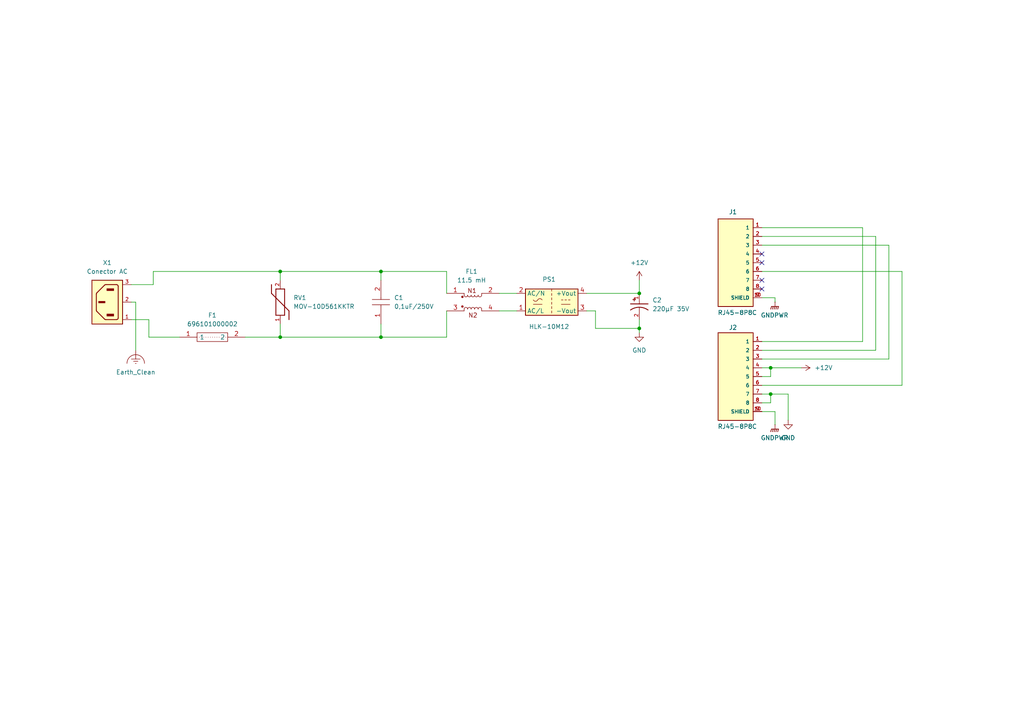
<source format=kicad_sch>
(kicad_sch (version 20231120) (generator "eeschema") (generator_version "8.0")
  (paper "A4")
  (lib_symbols
    (symbol "Converter_ACDC:HLK-10M12"
      (property "Reference" "PS2" (at -0.762 6.604 0))
      (property "Value" "HLK-10M12" (at -0.762 -7.112 0))
      (symbol "HLK-10M12_0_1"
        (rectangle (start -7.62 3.81) (end 7.62 -3.81) (stroke (width 0.254)) (fill (type background)))
        (arc (start -5.334 0.635) (mid -4.699 0.2495) (end -4.064 0.635))
        (arc (start -2.794 0.635) (mid -3.429 1.0072) (end -4.064 0.635))
        (polyline (pts (xy -5.334 -0.635) (xy -2.794 -0.635)))
        (polyline (pts (xy 0 -2.54) (xy 0 -3.175)))
        (polyline (pts (xy 0 -1.27) (xy 0 -1.905)))
        (polyline (pts (xy 0 0) (xy 0 -0.635)))
        (polyline (pts (xy 0 1.27) (xy 0 0.635)))
        (polyline (pts (xy 0 2.54) (xy 0 1.905)))
        (polyline (pts (xy 0 3.81) (xy 0 3.175)))
        (polyline (pts (xy 2.794 -0.635) (xy 5.334 -0.635)))
        (polyline (pts (xy 2.794 0.635) (xy 3.302 0.635)))
        (polyline (pts (xy 3.81 0.635) (xy 4.318 0.635)))
        (polyline (pts (xy 4.826 0.635) (xy 5.334 0.635)))
      )
      (symbol "HLK-10M12_1_1"
        (pin power_in line (at -10.16 -2.54 0) (length 2.54) (name "AC/L") (number "1"))
        (pin power_in line (at -10.16 2.54 0) (length 2.54) (name "AC/N") (number "2"))
        (pin power_out line (at 10.16 -2.54 180) (length 2.54) (name "-Vout") (number "3"))
        (pin power_out line (at 10.16 2.54 180) (length 2.54) (name "+Vout") (number "4"))
      )
    )
    (symbol "Equatorial:696101000002" (pin_names (offset 0.762))
      (property "Reference" "F" (at 10.414 2.286 0))
      (property "Value" "696101000002" (at 4.572 -4.826 0))
      (symbol "696101000002_0_0"
        (pin passive line (at 1.27 -1.27 0) (length 5.08) (name "1") (number "1"))
        (pin passive line (at 20.32 -1.27 180) (length 5.08) (name "2") (number "2"))
      )
      (symbol "696101000002_0_1"
        (polyline (pts (xy 6.35 0) (xy 15.24 0) (xy 15.24 -2.54) (xy 6.35 -2.54) (xy 6.35 0)) (stroke (width 0.1524)))
      )
      (symbol "696101000002_1_1"
        (polyline (pts (xy 6.35 -1.27) (xy 15.24 -1.27)) (stroke (width 0) (type dot)))
      )
    )
    (symbol "Equatorial:6ESRM-P" (pin_names (offset 1.016))
      (property "Reference" "X" (at 0 0 0))
      (property "Value" "Conector AC" (at 0 0 0))
      (symbol "6ESRM-P_0_0"
        (polyline (pts (xy 1.27 4.572) (xy 1.27 -4.572)) (stroke (width 0.254)))
        (polyline (pts (xy 1.778 -5.08) (xy 4.8696 -5.08)) (stroke (width 0.254)))
        (polyline (pts (xy 4.8696 5.08) (xy 1.778 5.08)) (stroke (width 0.254)))
        (polyline (pts (xy 5.2288 -4.9312) (xy 7.4712 -2.6888)) (stroke (width 0.254)))
        (polyline (pts (xy 7.4712 2.6888) (xy 5.2288 4.9312)) (stroke (width 0.254)))
        (polyline (pts (xy 7.62 -2.3296) (xy 7.62 2.3296)) (stroke (width 0.254)))
        (rectangle (start 0 6.35) (end 8.89 -6.35) (stroke (width 0.254)) (fill (type background)))
        (arc (start 1.27 -4.572) (mid 1.4188 -4.9312) (end 1.778 -5.08) (stroke (width 0.254)))
        (arc (start 1.778 5.08) (mid 1.4188 4.9312) (end 1.27 4.572) (stroke (width 0.254)))
        (rectangle (start 2.54 -3.937) (end 4.572 -3.302) (stroke (width 0.1)) (fill (type outline)))
        (rectangle (start 2.54 3.429) (end 4.572 4.064) (stroke (width 0.1)) (fill (type outline)))
        (arc (start 4.8696 -5.08) (mid 5.0642 -5.0416) (end 5.2288 -4.9312) (stroke (width 0.254)))
        (rectangle (start 5.08 -0.254) (end 6.985 0.254) (stroke (width 0.1)) (fill (type outline)))
        (arc (start 5.2288 4.9312) (mid 5.0639 5.0408) (end 4.8696 5.08) (stroke (width 0.254)))
        (arc (start 7.4712 -2.6888) (mid 7.5808 -2.5239) (end 7.62 -2.3296) (stroke (width 0.254)))
        (arc (start 7.62 2.3296) (mid 7.5816 2.5242) (end 7.4712 2.6888) (stroke (width 0.254)))
        (pin passive line (at -2.54 5.08 0) (length 2.54) (name "~") (number "1"))
        (pin passive line (at -2.54 0 0) (length 2.54) (name "~") (number "2"))
        (pin passive line (at -2.54 -5.08 0) (length 2.54) (name "~") (number "3"))
      )
    )
    (symbol "Equatorial:EEEFK1V221P" (pin_names (offset 1.016))
      (property "Reference" "C" (at -2.54 3.81 0))
      (property "Value" "220µF 35V" (at -2.54 -5.08 0))
      (symbol "EEEFK1V221P_0_0"
        (rectangle (start -1.173 -1.532) (end -0.284 -1.405) (stroke (width 0.1)) (fill (type outline)))
        (rectangle (start -0.792 -1.913) (end -0.665 -1.024) (stroke (width 0.1)) (fill (type outline)))
        (polyline (pts (xy 0 0) (xy 0.508 0)) (stroke (width 0.1524)))
        (polyline (pts (xy 0.508 0) (xy 0.508 -2.54)) (stroke (width 0.254)))
        (polyline (pts (xy 0.508 2.54) (xy 0.508 0)) (stroke (width 0.254)))
        (polyline (pts (xy 2.54 0) (xy 1.524 0)) (stroke (width 0.1524)))
        (arc (start 2.286 2.54) (mid 1.4851 0) (end 2.286 -2.54) (stroke (width 0.254)))
        (pin passive line (at -2.54 0 0) (length 2.54) (name "~") (number "1"))
        (pin passive line (at 5.08 0 180) (length 2.54) (name "~") (number "2"))
      )
    )
    (symbol "Equatorial:MOV-10D511K" (pin_names (offset 1.016))
      (property "Reference" "RV" (at 11.43 6.35 0))
      (property "Value" "MOV-10D561KKTR" (at 11.43 3.81 0))
      (symbol "MOV-10D511K_0_0"
        (polyline (pts (xy 1.27 -2.54) (xy 3.81 -2.54)) (stroke (width 0.254)))
        (polyline (pts (xy 2.54 1.27) (xy 2.54 -1.27)) (stroke (width 0.254)))
        (polyline (pts (xy 2.54 1.27) (xy 10.16 1.27)) (stroke (width 0.254)))
        (polyline (pts (xy 8.89 2.54) (xy 3.81 -2.54)) (stroke (width 0.254)))
        (polyline (pts (xy 8.89 2.54) (xy 11.43 2.54)) (stroke (width 0.254)))
        (polyline (pts (xy 10.16 -1.27) (xy 2.54 -1.27)) (stroke (width 0.254)))
        (polyline (pts (xy 10.16 -1.27) (xy 10.16 1.27)) (stroke (width 0.254)))
        (pin bidirectional line (at 0 0 0) (length 2.54) (name "~") (number "1"))
        (pin bidirectional line (at 12.7 0 180) (length 2.54) (name "~") (number "2"))
      )
    )
    (symbol "Equatorial:PME271Y610MR30" (pin_names (offset 0.762))
      (property "Reference" "C" (at 8.89 6.35 0))
      (property "Value" "PME271Y610MR30" (at 8.89 3.81 0))
      (symbol "PME271Y610MR30_0_0"
        (pin passive line (at 0 0 0) (length 5.08) (name "~") (number "1"))
        (pin passive line (at 12.7 0 180) (length 5.08) (name "~") (number "2"))
      )
      (symbol "PME271Y610MR30_0_1"
        (polyline (pts (xy 5.08 0) (xy 5.588 0)) (stroke (width 0.1524)))
        (polyline (pts (xy 5.588 2.54) (xy 5.588 -2.54)) (stroke (width 0.1524)))
        (polyline (pts (xy 7.112 0) (xy 7.62 0)) (stroke (width 0.1524)))
        (polyline (pts (xy 7.112 2.54) (xy 7.112 -2.54)) (stroke (width 0.1524)))
      )
    )
    (symbol "Equatorial:RJ45-8P8C" (pin_names (offset 1.016))
      (property "Reference" "J" (at -5.089 13.9947 0))
      (property "Value" "RJ45-8P8C" (at -5.0863 -15.259 0))
      (symbol "RJ45-8P8C_0_0"
        (rectangle (start -5.08 -12.7) (end 5.08 12.7) (stroke (width 0.254)) (fill (type background)))
        (pin passive line (at 7.62 10.16 180) (length 2.54) (name "1") (number "1"))
        (pin passive line (at 7.62 -10.16 180) (length 2.54) (name "SHIELD") (number "10"))
        (pin passive line (at 7.62 7.62 180) (length 2.54) (name "2") (number "2"))
        (pin passive line (at 7.62 5.08 180) (length 2.54) (name "3") (number "3"))
        (pin passive line (at 7.62 2.54 180) (length 2.54) (name "4") (number "4"))
        (pin passive line (at 7.62 0 180) (length 2.54) (name "5") (number "5"))
        (pin passive line (at 7.62 -2.54 180) (length 2.54) (name "6") (number "6"))
        (pin passive line (at 7.62 -5.08 180) (length 2.54) (name "7") (number "7"))
        (pin passive line (at 7.62 -7.62 180) (length 2.54) (name "8") (number "8"))
        (pin passive line (at 7.62 -10.16 180) (length 2.54) (name "SHIELD") (number "9"))
      )
    )
    (symbol "Equatorial:SC-02-E115J" (pin_names (offset 0.762))
      (property "Reference" "FL" (at 8.382 15.24 0))
      (property "Value" "11.5 mH" (at 5.588 4.064 0))
      (symbol "SC-02-E115J_0_1"
        (polyline (pts (xy 7.62 8.128) (xy 7.62 7.62)))
        (polyline (pts (xy 7.62 12.192) (xy 7.62 12.7)))
        (polyline (pts (xy 12.7 8.128) (xy 12.7 7.62)))
        (polyline (pts (xy 12.7 12.7) (xy 12.7 12.192)))
        (circle (center 7.112 8.89) (radius 0.254) (fill (type outline)))
        (circle (center 7.112 11.684) (radius 0.254) (fill (type outline)))
        (arc (start 7.62 12.192) (mid 8.128 11.6862) (end 8.636 12.192))
        (arc (start 8.636 8.128) (mid 8.128 8.6338) (end 7.62 8.128))
        (arc (start 8.636 12.192) (mid 9.144 11.6862) (end 9.652 12.192))
        (arc (start 9.652 8.128) (mid 9.144 8.6338) (end 8.636 8.128))
        (arc (start 9.652 12.192) (mid 10.16 11.6862) (end 10.668 12.192))
        (arc (start 10.668 8.128) (mid 10.16 8.6338) (end 9.652 8.128))
        (arc (start 10.668 12.192) (mid 11.176 11.6862) (end 11.684 12.192))
        (arc (start 11.684 8.128) (mid 11.176 8.6338) (end 10.668 8.128))
        (arc (start 11.684 12.192) (mid 12.192 11.6862) (end 12.7 12.192))
        (arc (start 12.7 8.128) (mid 12.192 8.6338) (end 11.684 8.128))
      )
      (symbol "SC-02-E115J_1_0"
        (pin passive line (at 2.54 12.7 0) (length 5.08) (name "") (number "1"))
        (pin passive line (at 17.78 12.7 180) (length 5.08) (name "") (number "2"))
        (pin passive line (at 2.54 7.62 0) (length 5.08) (name "") (number "3"))
        (pin passive line (at 17.78 7.62 180) (length 5.08) (name "") (number "4"))
      )
      (symbol "SC-02-E115J_1_1"
        (text "N1" (at 9.906 13.462 0) (effects (font (size 1.27 1.27))))
        (text "N2" (at 10.16 6.35 0) (effects (font (size 1.27 1.27))))
      )
    )
    (symbol "power:+12V" (power) (pin_numbers hide) (pin_names (offset 0) hide)
      (property "Value" "+12V" (at 0 3.556 0))
      (symbol "+12V_0_1"
        (polyline (pts (xy -0.762 1.27) (xy 0 2.54)))
        (polyline (pts (xy 0 0) (xy 0 2.54)))
        (polyline (pts (xy 0 2.54) (xy 0.762 1.27)))
      )
      (symbol "+12V_1_1"
        (pin power_in line (at 0 0 90) (length 0) (name "~") (number "1"))
      )
    )
    (symbol "power:Earth_Clean" (power) (pin_numbers hide) (pin_names (offset 0) hide)
      (property "Value" "Earth_Clean" (at 0 -5.08 0))
      (symbol "Earth_Clean_0_1"
        (polyline (pts (xy -0.635 -3.175) (xy 0.635 -3.175)))
        (polyline (pts (xy -0.127 -3.81) (xy 0.127 -3.81)))
        (polyline (pts (xy 0 -2.54) (xy 0 0)))
        (polyline (pts (xy 1.27 -2.54) (xy -1.27 -2.54)))
        (arc (start 2.54 -3.81) (mid 0 -1.281) (end -2.54 -3.81))
      )
      (symbol "Earth_Clean_1_1"
        (pin power_in line (at 0 0 270) (length 0) (name "~") (number "1"))
      )
    )
    (symbol "power:GND" (power) (pin_numbers hide) (pin_names (offset 0) hide)
      (property "Value" "GND" (at 0 -3.81 0))
      (symbol "GND_0_1"
        (polyline (pts (xy 0 0) (xy 0 -1.27) (xy 1.27 -1.27) (xy 0 -2.54) (xy -1.27 -1.27) (xy 0 -1.27)))
      )
      (symbol "GND_1_1"
        (pin power_in line (at 0 0 270) (length 0) (name "~") (number "1"))
      )
    )
    (symbol "power:GNDPWR" (power) (pin_numbers hide) (pin_names (offset 0) hide)
      (property "Value" "GNDPWR" (at 0 -3.302 0))
      (symbol "GNDPWR_0_1"
        (polyline (pts (xy 0 -1.27) (xy 0 0)))
        (polyline (pts (xy -1.016 -1.27) (xy -1.27 -2.032) (xy -1.27 -2.032)) (stroke (width 0.2032)))
        (polyline (pts (xy -0.508 -1.27) (xy -0.762 -2.032) (xy -0.762 -2.032)) (stroke (width 0.2032)))
        (polyline (pts (xy 0 -1.27) (xy -0.254 -2.032) (xy -0.254 -2.032)) (stroke (width 0.2032)))
        (polyline (pts (xy 0.508 -1.27) (xy 0.254 -2.032) (xy 0.254 -2.032)) (stroke (width 0.2032)))
        (polyline (pts (xy 1.016 -1.27) (xy -1.016 -1.27) (xy -1.016 -1.27)) (stroke (width 0.2032)))
        (polyline (pts (xy 1.016 -1.27) (xy 0.762 -2.032) (xy 0.762 -2.032) (xy 0.762 -2.032)) (stroke (width 0.2032)))
      )
      (symbol "GNDPWR_1_1"
        (pin power_in line (at 0 0 270) (length 0) (name "~") (number "1"))
      )
    )
  )
  (junction (at 81.28 78.74))
  (junction (at 223.52 114.3))
  (junction (at 223.52 106.68))
  (junction (at 185.42 95.25))
  (junction (at 110.49 78.74))
  (junction (at 185.42 85.09))
  (junction (at 81.28 97.79))
  (junction (at 110.49 97.79))
  (no_connect (at 220.98 73.66))
  (no_connect (at 220.98 83.82))
  (no_connect (at 220.98 76.2))
  (no_connect (at 220.98 81.28))
  (wire (pts (xy 220.98 104.14) (xy 257.81 104.14)))
  (wire (pts (xy 261.62 111.76) (xy 220.98 111.76)))
  (wire (pts (xy 220.98 71.12) (xy 257.81 71.12)))
  (wire (pts (xy 223.52 116.84) (xy 223.52 114.3)))
  (wire (pts (xy 228.6 114.3) (xy 228.6 121.92)))
  (wire (pts (xy 38.1 82.55) (xy 44.45 82.55)))
  (wire (pts (xy 220.98 114.3) (xy 223.52 114.3)))
  (wire (pts (xy 144.78 85.09) (xy 149.86 85.09)))
  (wire (pts (xy 220.98 86.36) (xy 224.79 86.36)))
  (wire (pts (xy 185.42 81.28) (xy 185.42 85.09)))
  (wire (pts (xy 129.54 90.17) (xy 129.54 97.79)))
  (wire (pts (xy 257.81 71.12) (xy 257.81 104.14)))
  (wire (pts (xy 172.72 95.25) (xy 185.42 95.25)))
  (wire (pts (xy 38.1 87.63) (xy 39.37 87.63)))
  (wire (pts (xy 172.72 90.17) (xy 172.72 95.25)))
  (wire (pts (xy 81.28 78.74) (xy 110.49 78.74)))
  (wire (pts (xy 220.98 68.58) (xy 254 68.58)))
  (wire (pts (xy 250.19 66.04) (xy 250.19 99.06)))
  (wire (pts (xy 81.28 93.98) (xy 81.28 97.79)))
  (wire (pts (xy 110.49 93.98) (xy 110.49 97.79)))
  (wire (pts (xy 44.45 82.55) (xy 44.45 78.74)))
  (wire (pts (xy 250.19 99.06) (xy 220.98 99.06)))
  (wire (pts (xy 224.79 86.36) (xy 224.79 87.63)))
  (wire (pts (xy 43.18 92.71) (xy 43.18 97.79)))
  (wire (pts (xy 220.98 116.84) (xy 223.52 116.84)))
  (wire (pts (xy 129.54 97.79) (xy 110.49 97.79)))
  (wire (pts (xy 52.07 97.79) (xy 43.18 97.79)))
  (wire (pts (xy 170.18 85.09) (xy 185.42 85.09)))
  (wire (pts (xy 170.18 90.17) (xy 172.72 90.17)))
  (wire (pts (xy 223.52 114.3) (xy 228.6 114.3)))
  (wire (pts (xy 220.98 106.68) (xy 223.52 106.68)))
  (wire (pts (xy 224.79 119.38) (xy 224.79 123.19)))
  (wire (pts (xy 220.98 119.38) (xy 224.79 119.38)))
  (wire (pts (xy 220.98 66.04) (xy 250.19 66.04)))
  (wire (pts (xy 223.52 106.68) (xy 232.41 106.68)))
  (wire (pts (xy 81.28 97.79) (xy 71.12 97.79)))
  (wire (pts (xy 129.54 78.74) (xy 129.54 85.09)))
  (wire (pts (xy 223.52 106.68) (xy 223.52 109.22)))
  (wire (pts (xy 39.37 87.63) (xy 39.37 101.6)))
  (wire (pts (xy 110.49 78.74) (xy 110.49 81.28)))
  (wire (pts (xy 185.42 96.52) (xy 185.42 95.25)))
  (wire (pts (xy 38.1 92.71) (xy 43.18 92.71)))
  (wire (pts (xy 261.62 78.74) (xy 261.62 111.76)))
  (wire (pts (xy 254 68.58) (xy 254 101.6)))
  (wire (pts (xy 185.42 95.25) (xy 185.42 92.71)))
  (wire (pts (xy 223.52 109.22) (xy 220.98 109.22)))
  (wire (pts (xy 254 101.6) (xy 220.98 101.6)))
  (wire (pts (xy 144.78 90.17) (xy 149.86 90.17)))
  (wire (pts (xy 220.98 78.74) (xy 261.62 78.74)))
  (wire (pts (xy 81.28 78.74) (xy 81.28 81.28)))
  (wire (pts (xy 44.45 78.74) (xy 81.28 78.74)))
  (wire (pts (xy 110.49 97.79) (xy 81.28 97.79)))
  (wire (pts (xy 110.49 78.74) (xy 129.54 78.74)))
  (symbol (lib_id "Equatorial:EEEFK1V221P") (at 185.42 87.63 270) (unit 1)
    (property "Reference" "C2" (at 189.23 87.0565 90) (effects (justify left)))
    (property "Value" "220µF 35V" (at 189.23 89.5965 90) (effects (justify left)))
    (property "Footprint" "EEEFK1V221P:CAP_EEEFK1V221P" (effects (hide yes)))
    (property "MF" "Panasonic Electronic" (effects (hide yes)))
    (property "MAXIMUM_PACKAGE_HEIGHT" "10.2mm" (effects (hide yes)))
    (property "Package" "RADIAL-2 Panasonic" (effects (hide yes)))
    (property "Price" "None" (effects (hide yes)))
    (property "Check_prices" "https://www.snapeda.com/parts/EEE-FK1V221P/Panasonic+Electronic+Components/view-part/?ref=eda" (effects (hide yes)))
    (property "STANDARD" "Manufacturer Recommendations" (effects (hide yes)))
    (property "PARTREV" "10-Oct-19" (effects (hide yes)))
    (property "SnapEDA_Link" "https://www.snapeda.com/parts/EEE-FK1V221P/Panasonic+Electronic+Components/view-part/?ref=snap" (effects (hide yes)))
    (property "MP" "EEE-FK1V221P" (effects (hide yes)))
    (property "Purchase-URL" "https://www.snapeda.com/api/url_track_click_mouser/?unipart_id=2301785&manufacturer=Panasonic Electronic&part_name=EEE-FK1V221P&search_term=capacitores eletrolíticos de alumínio 220 µf 35 v radial, can - smd - 3000 hrs @ 105°c" (effects (hide yes)))
    (property "Description_1" "\nCapacitores eletrolíticos de alumínio 220µF 35V Radial, Can - SMD 2000 Hrs @ 105°C\n" (effects (hide yes)))
    (property "Availability" "In Stock" (effects (hide yes)))
    (property "MANUFACTURER" "Panasonic" (effects (hide yes)))
  )
  (symbol (lib_id "Equatorial:RJ45-8P8C") (at 213.36 109.22 0) (unit 1)
    (property "Reference" "J2" (at 212.598 94.996 0))
    (property "Value" "RJ45-8P8C" (at 213.868 123.698 0))
    (property "Footprint" "Equatorial_foot:RJ45-8P8C" (effects (hide yes)))
    (property "Datasheet" "https://produto.mercadolivre.com.br/MLB-1210845845-10-pecas-modular-jack-rj45-fmea-blindado-8p8c-90g-59-01-_JM#is_advertising=true&position=1&search_layout=stack&type=pad&tracking_id=03e7eab5-b451-4c6e-90d8-78c3e4fae9cb&is_advertising=true&ad_domain=VQCATCORE_LST&ad_position=1&ad_click_id=NGJiY2RlNDktNTllMC00NGZiLTk4ODYtZDg0NjhlOGI5ZmE1" (effects (hide yes)))
    (property "Description" "Mercado livre" (effects (hide yes)))
    (property "MF" "TE Connectivity" (effects (hide yes)))
    (property "Description_1" "\nCorcom FILTRO LINHA DE SINAL MODULAR 8CONTATOS 1 PORTA PASSANTE FURO | TE Connectivity RJ45-8N-B\n" (effects (hide yes)))
    (property "Package" "None" (effects (hide yes)))
    (property "Price" "None" (effects (hide yes)))
    (property "Check_prices" "https://www.snapeda.com/parts/RJ45-8N-B/TE+Connectivity+Corcom+Filters/view-part/?ref=eda" (effects (hide yes)))
    (property "STANDARD" "MANUFACTURER RECOMMENDATIONS" (effects (hide yes)))
    (property "PARTREV" "G" (effects (hide yes)))
    (property "SnapEDA_Link" "https://www.snapeda.com/parts/RJ45-8N-B/TE+Connectivity+Corcom+Filters/view-part/?ref=snap" (effects (hide yes)))
    (property "MP" "RJ45-8N-B" (effects (hide yes)))
    (property "Availability" "In Stock" (effects (hide yes)))
    (property "MANUFACTURER" "TE CONNECTIVITY" (effects (hide yes)))
  )
  (symbol (lib_id "Equatorial:6ESRM-P") (at 35.56 87.63 180) (unit 1)
    (property "Reference" "X1" (at 31.115 76.2 0))
    (property "Value" "Conector AC" (at 31.115 78.74 0))
    (property "Footprint" "Equatorial_foot:6ESRM-P" (effects (hide yes)))
    (property "Check_prices" "https://www.snapeda.com/parts/6ESRM-P/TE+Connectivity+Corcom+Filters/view-part/?ref=eda" (effects (hide yes)))
    (property "Package" "None" (effects (hide yes)))
    (property "OC_FARNELL" "unknown" (effects (hide yes)))
    (property "SnapEDA_Link" "https://www.snapeda.com/parts/6ESRM-P/TE+Connectivity+Corcom+Filters/view-part/?ref=snap" (effects (hide yes)))
    (property "Purchase-URL" "https://www.snapeda.com/api/url_track_click_mouser/?unipart_id=500075&manufacturer=TE Connectivity&part_name=6ESRM-P&search_term=connector ac" (effects (hide yes)))
    (property "Comment" "1609078-1" (effects (hide yes)))
    (property "MF" "TE Connectivity" (effects (hide yes)))
    (property "Description_1" "\nConector de entrada de energia macho CA, pinos da placa de PC, encaixe, 120/250 VCA, 15 A (UL/CSA), 10 A\n" (effects (hide yes)))
    (property "MPN" "6ESRM-P" (effects (hide yes)))
    (property "Price" "None" (effects (hide yes)))
    (property "POPULARITY" "1" (effects (hide yes)))
    (property "MP" "6ESRM-P" (effects (hide yes)))
    (property "EU_RoHS_Compliance" "Compliant" (effects (hide yes)))
    (property "OC_NEWARK" "87F1821" (effects (hide yes)))
    (property "Availability" "In Stock" (effects (hide yes)))
  )
  (symbol (lib_id "power:+12V") (at 185.42 81.28 0) (unit 1)
    (property "Reference" "#PWR06" (effects (hide yes)))
    (property "Value" "+12V" (at 185.42 76.2 0))
    (property "Description" "Power symbol creates a global label with name \"+12V\"" (effects (hide yes)))
  )
  (symbol (lib_id "power:GNDPWR") (at 224.79 123.19 0) (unit 1)
    (property "Reference" "#PWR03" (effects (hide yes)))
    (property "Value" "GNDPWR" (at 224.663 127 0))
    (property "Description" "Power symbol creates a global label with name \"GNDPWR\" , global ground" (effects (hide yes)))
  )
  (symbol (lib_id "power:GND") (at 228.6 121.92 0) (unit 1)
    (property "Reference" "#PWR04" (effects (hide yes)))
    (property "Value" "GND" (at 228.6 127 0))
    (property "Description" "Power symbol creates a global label with name \"GND\" , ground" (effects (hide yes)))
  )
  (symbol (lib_id "power:Earth_Clean") (at 39.37 101.6 0) (unit 1)
    (property "Reference" "#PWR01" (effects (hide yes)))
    (property "Value" "Earth_Clean" (at 39.37 107.95 0))
    (property "Description" "Power symbol creates a global label with name \"Earth_Clean\"" (effects (hide yes)))
  )
  (symbol (lib_id "power:GNDPWR") (at 224.79 87.63 0) (unit 1)
    (property "Reference" "#PWR02" (effects (hide yes)))
    (property "Value" "GNDPWR" (at 224.663 91.44 0))
    (property "Description" "Power symbol creates a global label with name \"GNDPWR\" , global ground" (effects (hide yes)))
  )
  (symbol (lib_id "power:GND") (at 185.42 96.52 0) (unit 1)
    (property "Reference" "#PWR07" (effects (hide yes)))
    (property "Value" "GND" (at 185.42 101.6 0))
    (property "Description" "Power symbol creates a global label with name \"GND\" , ground" (effects (hide yes)))
  )
  (symbol (lib_id "Equatorial:RJ45-8P8C") (at 213.36 76.2 0) (unit 1)
    (property "Reference" "J1" (at 212.598 61.468 0))
    (property "Value" "RJ45-8P8C" (at 213.868 90.678 0))
    (property "Footprint" "Equatorial_foot:RJ45-8P8C" (effects (hide yes)))
    (property "Datasheet" "https://produto.mercadolivre.com.br/MLB-1210845845-10-pecas-modular-jack-rj45-fmea-blindado-8p8c-90g-59-01-_JM#is_advertising=true&position=1&search_layout=stack&type=pad&tracking_id=03e7eab5-b451-4c6e-90d8-78c3e4fae9cb&is_advertising=true&ad_domain=VQCATCORE_LST&ad_position=1&ad_click_id=NGJiY2RlNDktNTllMC00NGZiLTk4ODYtZDg0NjhlOGI5ZmE1" (effects (hide yes)))
    (property "Description" "ercado livre" (effects (hide yes)))
    (property "MF" "TE Connectivity" (effects (hide yes)))
    (property "Description_1" "\nCorcom FILTRO LINHA DE SINAL MODULAR 8CONTATOS 1 PORTA PASSANTE FURO | TE Connectivity RJ45-8N-B\n" (effects (hide yes)))
    (property "Package" "None" (effects (hide yes)))
    (property "Price" "None" (effects (hide yes)))
    (property "Check_prices" "https://www.snapeda.com/parts/RJ45-8N-B/TE+Connectivity+Corcom+Filters/view-part/?ref=eda" (effects (hide yes)))
    (property "STANDARD" "MANUFACTURER RECOMMENDATIONS" (effects (hide yes)))
    (property "PARTREV" "G" (effects (hide yes)))
    (property "SnapEDA_Link" "https://www.snapeda.com/parts/RJ45-8N-B/TE+Connectivity+Corcom+Filters/view-part/?ref=snap" (effects (hide yes)))
    (property "MP" "RJ45-8N-B" (effects (hide yes)))
    (property "Availability" "In Stock" (effects (hide yes)))
    (property "MANUFACTURER" "TE CONNECTIVITY" (effects (hide yes)))
  )
  (symbol (lib_id "Equatorial:SC-02-E115J") (at 127 97.79 0) (unit 1)
    (property "Reference" "FL1" (at 136.779 78.74 0))
    (property "Value" "11.5 mH" (at 136.779 81.28 0))
    (property "Footprint" "Equatorial_foot:SC02E115J" (effects (hide yes)))
    (property "Datasheet" "https://content.kemet.com/datasheets/KEM_LF0006_SC-J.pdf" (effects (hide yes)))
    (property "Description" "KEMET, SC-J, AC Line Filters, Common Mode, 250 VAC, 11.5 mH, 2 A, 120C, -25C, 155 mOhms, 400, 25mm, 15.4mm, 27.5mm, 3.5mm, 13mm, 11mm, 13 g" (effects (hide yes)))
    (property "Description_1" "KEMET, SC-J, AC Line Filters, Common Mode, 250 VAC, 11.5 mH, 2 A, 120C, -25C, 155 mOhms, 400, 25mm, 15.4mm, 27.5mm, 3.5mm, 13mm, 11mm, 13 g" (effects (hide yes)))
    (property "Height" "27.5" (effects (hide yes)))
    (property "Mouser Part Number" "80-SC-02-E115J" (effects (hide yes)))
    (property "Mouser Price/Stock" "https://www.mouser.co.uk/ProductDetail/KEMET/SC-02-E115J?qs=T3oQrply3y9Xyv8OCXfQZQ%3D%3D" (effects (hide yes)))
    (property "Manufacturer_Name" "KEMET" (effects (hide yes)))
    (property "Manufacturer_Part_Number" "SC-02-E115J" (effects (hide yes)))
  )
  (symbol (lib_id "power:+12V") (at 232.41 106.68 270) (unit 1)
    (property "Reference" "#PWR05" (effects (hide yes)))
    (property "Value" "+12V" (at 236.22 106.6799 90) (effects (justify left)))
    (property "Description" "Power symbol creates a global label with name \"+12V\"" (effects (hide yes)))
  )
  (symbol (lib_id "Converter_ACDC:HLK-10M12") (at 160.02 87.63 0) (unit 1)
    (property "Reference" "PS1" (at 159.258 81.026 0))
    (property "Value" "HLK-10M12" (at 159.258 94.742 0))
    (property "Footprint" "Converter_ACDC:Converter_ACDC_Hi-Link_HLK-10Mxx" (effects (hide yes)))
    (property "Datasheet" "http://h.hlktech.com/download/ACDC%E7%94%B5%E6%BA%90%E6%A8%A1%E5%9D%9710W%E7%B3%BB%E5%88%97/1/%E6%B5%B7%E5%87%8C%E7%A7%9110W%E7%B3%BB%E5%88%97%E7%94%B5%E6%BA%90%E6%A8%A1%E5%9D%97%E8%A7%84%E6%A0%BC%E4%B9%A6V1.8.pdf" (effects (hide yes)))
    (property "Description" "Compact AC/DC board mount power module 10W 12V" (effects (hide yes)))
  )
  (symbol (lib_id "Equatorial:PME271Y610MR30") (at 110.49 93.98 90) (unit 1)
    (property "Reference" "C1" (at 114.3 86.3599 90) (effects (justify right)))
    (property "Value" "0,1uF/250V" (at 114.3 88.8999 90) (effects (justify right)))
    (property "Footprint" "Equatorial_foot:R523N415050P1M" (effects (hide yes)))
    (property "Datasheet" "https://search.kemet.com/component-documentation/download/specsheet/R523N415050P1M" (effects (hide yes)))
    (property "Description" "R52 310 VAC MINI, Film, Metallized Polypropylene, Automotive Safety, 1.5 uF,20%, 310 VAC (X2), 630 VDC, 110C, 22.5mm" (effects (hide yes)))
    (property "Description_1" "R52 310 VAC MINI, Film, Metallized Polypropylene, Automotive Safety, 1.5 uF,20%, 310 VAC (X2), 630 VDC, 110C, 22.5mm" (effects (hide yes)))
    (property "Height" "18.6" (effects (hide yes)))
    (property "Mouser Part Number" "80-R523N415050P1M" (effects (hide yes)))
    (property "Mouser Price/Stock" "https://www.mouser.co.uk/ProductDetail/KEMET/R523N415050P1M?qs=bAKSY%2FctAC4GLkD7bdvc9w%3D%3D" (effects (hide yes)))
    (property "Manufacturer_Name" "KEMET" (effects (hide yes)))
    (property "Manufacturer_Part_Number" "R523N415050P1M" (effects (hide yes)))
  )
  (symbol (lib_id "Equatorial:MOV-10D511K") (at 81.28 93.98 90) (unit 1)
    (property "Reference" "RV1" (at 85.09 86.3599 90) (effects (justify right)))
    (property "Value" "MOV-10D561KKTR" (at 85.09 88.8999 90) (effects (justify right)))
    (property "Footprint" "Equatorial_foot:MOV10D511K" (effects (hide yes)))
    (property "Description" "Metal Oxide Varistor" (effects (hide yes)))
    (property "MANUFACTURER_NAME" "Bourns" (effects (hide yes)))
    (property "MF" "Bourns" (effects (hide yes)))
    (property "MOUSER_PRICE-STOCK" "https://www.mouser.co.uk/ProductDetail/Bourns/MOV-10D511K?qs=lgttKnAd%252B2BmTxrbFsFYog%3D%3D" (effects (hide yes)))
    (property "MOUSER_PART_NUMBER" "652-MOV-10D511K" (effects (hide yes)))
    (property "Price" "None" (effects (hide yes)))
    (property "Package" "Disc-10 Bourns" (effects (hide yes)))
    (property "Check_prices" "https://www.snapeda.com/parts/MOV-10D511K/Bourns/view-part/?ref=eda" (effects (hide yes)))
    (property "HEIGHT" "15.5mm" (effects (hide yes)))
    (property "SnapEDA_Link" "https://www.snapeda.com/parts/MOV-10D511K/Bourns/view-part/?ref=snap" (effects (hide yes)))
    (property "MP" "MOV-10D511K" (effects (hide yes)))
    (property "Description_1" "\n510 V 2,5 kA Varistor 1 Circuito Through Hole Disco 10mm\n" (effects (hide yes)))
    (property "Availability" "In Stock" (effects (hide yes)))
    (property "MANUFACTURER_PART_NUMBER" "MOV-10D511K" (effects (hide yes)))
  )
  (symbol (lib_id "Equatorial:696101000002") (at 50.8 96.52 0) (unit 1)
    (property "Reference" "F1" (at 61.595 91.44 0))
    (property "Value" "696101000002" (at 61.595 93.98 0))
    (property "Footprint" "Equatorial_foot:696101000002" (effects (hide yes)))
    (property "Datasheet" "https://www.we-online.com/components/products/datasheet/696101000002.pdf" (effects (hide yes)))
    (property "Description" "WR-FSH FUSEHOLDER THT CLIP COVER beige" (effects (hide yes)))
    (property "Description_1" "WR-FSH FUSEHOLDER THT CLIP COVER beige" (effects (hide yes)))
    (property "Height" "13.6" (effects (hide yes)))
    (property "Mouser Part Number" "710-696101000002" (effects (hide yes)))
    (property "Mouser Price/Stock" "https://www.mouser.co.uk/ProductDetail/Wurth-Elektronik/696101000002?qs=%252BEew9%252B0nqrA0cx9mOnCWEw%3D%3D" (effects (hide yes)))
    (property "Manufacturer_Name" "Wurth Elektronik" (effects (hide yes)))
    (property "Manufacturer_Part_Number" "696101000002" (effects (hide yes)))
  )
)
</source>
